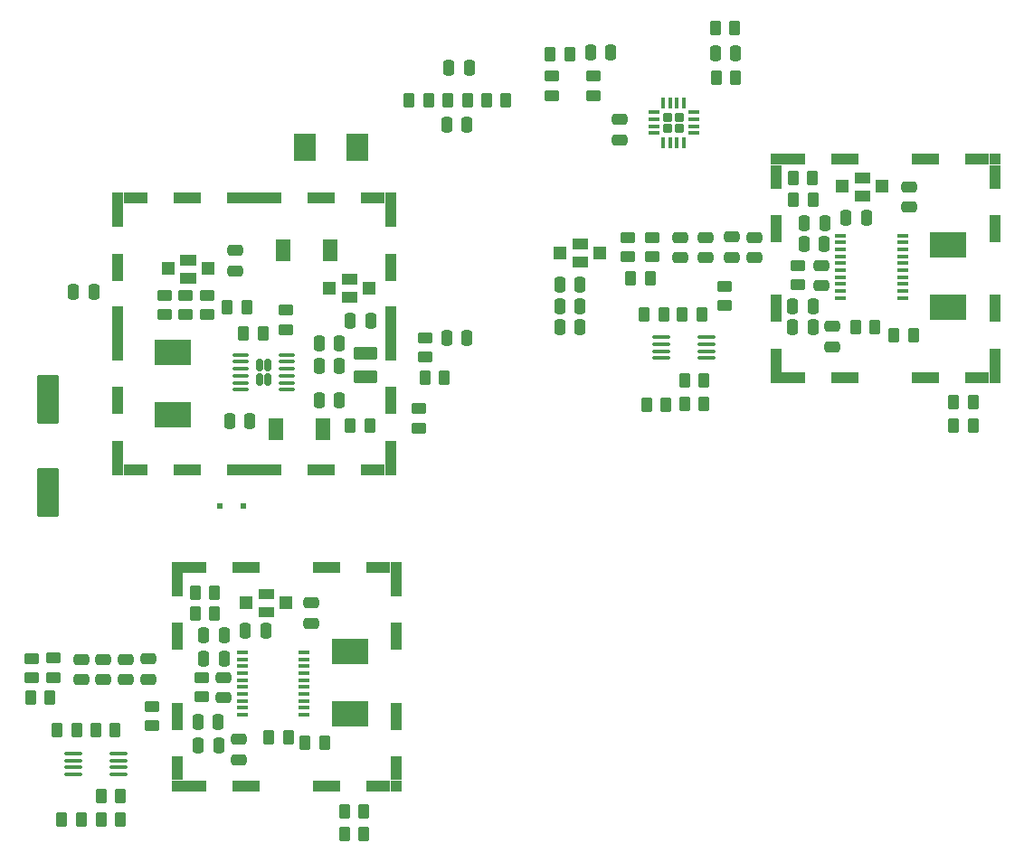
<source format=gbr>
%TF.GenerationSoftware,KiCad,Pcbnew,6.0.2-378541a8eb~116~ubuntu20.04.1*%
%TF.CreationDate,2022-04-05T22:24:09-04:00*%
%TF.ProjectId,power_board,706f7765-725f-4626-9f61-72642e6b6963,rev?*%
%TF.SameCoordinates,Original*%
%TF.FileFunction,Paste,Top*%
%TF.FilePolarity,Positive*%
%FSLAX46Y46*%
G04 Gerber Fmt 4.6, Leading zero omitted, Abs format (unit mm)*
G04 Created by KiCad (PCBNEW 6.0.2-378541a8eb~116~ubuntu20.04.1) date 2022-04-05 22:24:09*
%MOMM*%
%LPD*%
G01*
G04 APERTURE LIST*
G04 Aperture macros list*
%AMRoundRect*
0 Rectangle with rounded corners*
0 $1 Rounding radius*
0 $2 $3 $4 $5 $6 $7 $8 $9 X,Y pos of 4 corners*
0 Add a 4 corners polygon primitive as box body*
4,1,4,$2,$3,$4,$5,$6,$7,$8,$9,$2,$3,0*
0 Add four circle primitives for the rounded corners*
1,1,$1+$1,$2,$3*
1,1,$1+$1,$4,$5*
1,1,$1+$1,$6,$7*
1,1,$1+$1,$8,$9*
0 Add four rect primitives between the rounded corners*
20,1,$1+$1,$2,$3,$4,$5,0*
20,1,$1+$1,$4,$5,$6,$7,0*
20,1,$1+$1,$6,$7,$8,$9,0*
20,1,$1+$1,$8,$9,$2,$3,0*%
G04 Aperture macros list end*
%ADD10C,0.010000*%
%ADD11RoundRect,0.250000X0.450000X-0.262500X0.450000X0.262500X-0.450000X0.262500X-0.450000X-0.262500X0*%
%ADD12RoundRect,0.250000X0.250000X0.475000X-0.250000X0.475000X-0.250000X-0.475000X0.250000X-0.475000X0*%
%ADD13RoundRect,0.250000X-0.475000X0.250000X-0.475000X-0.250000X0.475000X-0.250000X0.475000X0.250000X0*%
%ADD14RoundRect,0.250000X0.475000X-0.250000X0.475000X0.250000X-0.475000X0.250000X-0.475000X-0.250000X0*%
%ADD15RoundRect,0.250000X0.262500X0.450000X-0.262500X0.450000X-0.262500X-0.450000X0.262500X-0.450000X0*%
%ADD16R,1.000000X0.400000*%
%ADD17RoundRect,0.250000X-0.250000X-0.475000X0.250000X-0.475000X0.250000X0.475000X-0.250000X0.475000X0*%
%ADD18R,2.100000X2.600000*%
%ADD19RoundRect,0.250000X-0.262500X-0.450000X0.262500X-0.450000X0.262500X0.450000X-0.262500X0.450000X0*%
%ADD20RoundRect,0.250000X-0.450000X0.262500X-0.450000X-0.262500X0.450000X-0.262500X0.450000X0.262500X0*%
%ADD21RoundRect,0.250001X-0.799999X2.049999X-0.799999X-2.049999X0.799999X-2.049999X0.799999X2.049999X0*%
%ADD22R,1.400000X2.100000*%
%ADD23R,1.200000X1.300000*%
%ADD24R,3.429000X2.413000*%
%ADD25RoundRect,0.100000X-0.712500X-0.100000X0.712500X-0.100000X0.712500X0.100000X-0.712500X0.100000X0*%
%ADD26RoundRect,0.167500X0.167500X0.407500X-0.167500X0.407500X-0.167500X-0.407500X0.167500X-0.407500X0*%
%ADD27RoundRect,0.100000X0.625000X0.100000X-0.625000X0.100000X-0.625000X-0.100000X0.625000X-0.100000X0*%
%ADD28RoundRect,0.212500X-0.212500X-0.212500X0.212500X-0.212500X0.212500X0.212500X-0.212500X0.212500X0*%
%ADD29RoundRect,0.087500X-0.425000X-0.087500X0.425000X-0.087500X0.425000X0.087500X-0.425000X0.087500X0*%
%ADD30RoundRect,0.087500X-0.087500X-0.425000X0.087500X-0.425000X0.087500X0.425000X-0.087500X0.425000X0*%
%ADD31R,1.000000X1.000000*%
%ADD32R,2.300000X1.000000*%
%ADD33R,2.600000X1.000000*%
%ADD34R,1.000000X2.600000*%
%ADD35R,1.000000X2.300000*%
%ADD36RoundRect,0.250000X-0.850000X0.375000X-0.850000X-0.375000X0.850000X-0.375000X0.850000X0.375000X0*%
%ADD37R,0.500000X0.500000*%
%ADD38R,1.000000X5.100000*%
%ADD39R,5.100000X1.000000*%
G04 APERTURE END LIST*
D10*
%TO.C,C28*%
X56900000Y-63100000D02*
X55500000Y-63100000D01*
X55500000Y-63100000D02*
X55500000Y-62200000D01*
X55500000Y-62200000D02*
X56900000Y-62200000D01*
X56900000Y-62200000D02*
X56900000Y-63100000D01*
G36*
X56900000Y-63100000D02*
G01*
X55500000Y-63100000D01*
X55500000Y-62200000D01*
X56900000Y-62200000D01*
X56900000Y-63100000D01*
G37*
X56900000Y-63100000D02*
X55500000Y-63100000D01*
X55500000Y-62200000D01*
X56900000Y-62200000D01*
X56900000Y-63100000D01*
X56900000Y-61400000D02*
X55500000Y-61400000D01*
X55500000Y-61400000D02*
X55500000Y-60500000D01*
X55500000Y-60500000D02*
X56900000Y-60500000D01*
X56900000Y-60500000D02*
X56900000Y-61400000D01*
G36*
X56900000Y-61400000D02*
G01*
X55500000Y-61400000D01*
X55500000Y-60500000D01*
X56900000Y-60500000D01*
X56900000Y-61400000D01*
G37*
X56900000Y-61400000D02*
X55500000Y-61400000D01*
X55500000Y-60500000D01*
X56900000Y-60500000D01*
X56900000Y-61400000D01*
%TO.C,C8*%
X92196200Y-60700000D02*
X93596200Y-60700000D01*
X93596200Y-60700000D02*
X93596200Y-61600000D01*
X93596200Y-61600000D02*
X92196200Y-61600000D01*
X92196200Y-61600000D02*
X92196200Y-60700000D01*
G36*
X93596200Y-61600000D02*
G01*
X92196200Y-61600000D01*
X92196200Y-60700000D01*
X93596200Y-60700000D01*
X93596200Y-61600000D01*
G37*
X93596200Y-61600000D02*
X92196200Y-61600000D01*
X92196200Y-60700000D01*
X93596200Y-60700000D01*
X93596200Y-61600000D01*
X92196200Y-59000000D02*
X93596200Y-59000000D01*
X93596200Y-59000000D02*
X93596200Y-59900000D01*
X93596200Y-59900000D02*
X92196200Y-59900000D01*
X92196200Y-59900000D02*
X92196200Y-59000000D01*
G36*
X93596200Y-59900000D02*
G01*
X92196200Y-59900000D01*
X92196200Y-59000000D01*
X93596200Y-59000000D01*
X93596200Y-59900000D01*
G37*
X93596200Y-59900000D02*
X92196200Y-59900000D01*
X92196200Y-59000000D01*
X93596200Y-59000000D01*
X93596200Y-59900000D01*
%TO.C,C7*%
X70600000Y-64000000D02*
X72000000Y-64000000D01*
X72000000Y-64000000D02*
X72000000Y-64900000D01*
X72000000Y-64900000D02*
X70600000Y-64900000D01*
X70600000Y-64900000D02*
X70600000Y-64000000D01*
G36*
X72000000Y-64900000D02*
G01*
X70600000Y-64900000D01*
X70600000Y-64000000D01*
X72000000Y-64000000D01*
X72000000Y-64900000D01*
G37*
X72000000Y-64900000D02*
X70600000Y-64900000D01*
X70600000Y-64000000D01*
X72000000Y-64000000D01*
X72000000Y-64900000D01*
X70600000Y-62300000D02*
X72000000Y-62300000D01*
X72000000Y-62300000D02*
X72000000Y-63200000D01*
X72000000Y-63200000D02*
X70600000Y-63200000D01*
X70600000Y-63200000D02*
X70600000Y-62300000D01*
G36*
X72000000Y-63200000D02*
G01*
X70600000Y-63200000D01*
X70600000Y-62300000D01*
X72000000Y-62300000D01*
X72000000Y-63200000D01*
G37*
X72000000Y-63200000D02*
X70600000Y-63200000D01*
X70600000Y-62300000D01*
X72000000Y-62300000D01*
X72000000Y-63200000D01*
%TO.C,C47*%
X62800000Y-91800000D02*
X64200000Y-91800000D01*
X64200000Y-91800000D02*
X64200000Y-92700000D01*
X64200000Y-92700000D02*
X62800000Y-92700000D01*
X62800000Y-92700000D02*
X62800000Y-91800000D01*
G36*
X64200000Y-92700000D02*
G01*
X62800000Y-92700000D01*
X62800000Y-91800000D01*
X64200000Y-91800000D01*
X64200000Y-92700000D01*
G37*
X64200000Y-92700000D02*
X62800000Y-92700000D01*
X62800000Y-91800000D01*
X64200000Y-91800000D01*
X64200000Y-92700000D01*
X62800000Y-93500000D02*
X64200000Y-93500000D01*
X64200000Y-93500000D02*
X64200000Y-94400000D01*
X64200000Y-94400000D02*
X62800000Y-94400000D01*
X62800000Y-94400000D02*
X62800000Y-93500000D01*
G36*
X64200000Y-94400000D02*
G01*
X62800000Y-94400000D01*
X62800000Y-93500000D01*
X64200000Y-93500000D01*
X64200000Y-94400000D01*
G37*
X64200000Y-94400000D02*
X62800000Y-94400000D01*
X62800000Y-93500000D01*
X64200000Y-93500000D01*
X64200000Y-94400000D01*
%TO.C,C31*%
X118596200Y-54500000D02*
X119996200Y-54500000D01*
X119996200Y-54500000D02*
X119996200Y-55400000D01*
X119996200Y-55400000D02*
X118596200Y-55400000D01*
X118596200Y-55400000D02*
X118596200Y-54500000D01*
G36*
X119996200Y-55400000D02*
G01*
X118596200Y-55400000D01*
X118596200Y-54500000D01*
X119996200Y-54500000D01*
X119996200Y-55400000D01*
G37*
X119996200Y-55400000D02*
X118596200Y-55400000D01*
X118596200Y-54500000D01*
X119996200Y-54500000D01*
X119996200Y-55400000D01*
X118596200Y-52800000D02*
X119996200Y-52800000D01*
X119996200Y-52800000D02*
X119996200Y-53700000D01*
X119996200Y-53700000D02*
X118596200Y-53700000D01*
X118596200Y-53700000D02*
X118596200Y-52800000D01*
G36*
X119996200Y-53700000D02*
G01*
X118596200Y-53700000D01*
X118596200Y-52800000D01*
X119996200Y-52800000D01*
X119996200Y-53700000D01*
G37*
X119996200Y-53700000D02*
X118596200Y-53700000D01*
X118596200Y-52800000D01*
X119996200Y-52800000D01*
X119996200Y-53700000D01*
%TD*%
D11*
%TO.C,R26*%
X113296200Y-63300000D03*
X113296200Y-61475000D03*
%TD*%
D12*
%TO.C,C10*%
X73300000Y-66700000D03*
X71400000Y-66700000D03*
%TD*%
D13*
%TO.C,C33*%
X123696200Y-54116800D03*
X123696200Y-56016800D03*
%TD*%
D12*
%TO.C,C42*%
X59057800Y-104300000D03*
X57157800Y-104300000D03*
%TD*%
D14*
%TO.C,C26*%
X60600000Y-62000000D03*
X60600000Y-60100000D03*
%TD*%
D15*
%TO.C,R13*%
X73225000Y-76500000D03*
X71400000Y-76500000D03*
%TD*%
%TO.C,R45*%
X68975000Y-106200000D03*
X67150000Y-106200000D03*
%TD*%
%TO.C,R52*%
X107387500Y-39225000D03*
X105562500Y-39225000D03*
%TD*%
D12*
%TO.C,C25*%
X115775000Y-59500000D03*
X113875000Y-59500000D03*
%TD*%
D16*
%TO.C,U6*%
X61300000Y-97750000D03*
X61300000Y-98400000D03*
X61300000Y-99050000D03*
X61300000Y-99700000D03*
X61300000Y-100350000D03*
X61300000Y-101000000D03*
X61300000Y-101650000D03*
X61300000Y-102300000D03*
X61300000Y-102950000D03*
X61300000Y-103600000D03*
X67100000Y-103600000D03*
X67100000Y-102950000D03*
X67100000Y-102300000D03*
X67100000Y-101650000D03*
X67100000Y-101000000D03*
X67100000Y-100350000D03*
X67100000Y-99700000D03*
X67100000Y-99050000D03*
X67100000Y-98400000D03*
X67100000Y-97750000D03*
%TD*%
D12*
%TO.C,C5*%
X82550000Y-43000000D03*
X80650000Y-43000000D03*
%TD*%
D17*
%TO.C,C12*%
X80400000Y-68300000D03*
X82300000Y-68300000D03*
%TD*%
D18*
%TO.C,D1*%
X72070000Y-50400000D03*
X67170000Y-50400000D03*
%TD*%
D17*
%TO.C,C24*%
X117796200Y-57050600D03*
X119696200Y-57050600D03*
%TD*%
D15*
%TO.C,R51*%
X58700000Y-92118800D03*
X56875000Y-92118800D03*
%TD*%
D17*
%TO.C,C49*%
X105562500Y-41625000D03*
X107462500Y-41625000D03*
%TD*%
D13*
%TO.C,C14*%
X104696200Y-58846400D03*
X104696200Y-60746400D03*
%TD*%
D19*
%TO.C,R36*%
X48075000Y-111200000D03*
X49900000Y-111200000D03*
%TD*%
D17*
%TO.C,C16*%
X68500000Y-68800000D03*
X70400000Y-68800000D03*
%TD*%
D15*
%TO.C,R20*%
X124087500Y-68000000D03*
X122262500Y-68000000D03*
%TD*%
D20*
%TO.C,R19*%
X106452400Y-63451400D03*
X106452400Y-65276400D03*
%TD*%
D19*
%TO.C,R9*%
X97671200Y-62700000D03*
X99496200Y-62700000D03*
%TD*%
%TO.C,R28*%
X112867400Y-55300000D03*
X114692400Y-55300000D03*
%TD*%
D15*
%TO.C,R29*%
X114667000Y-53300000D03*
X112842000Y-53300000D03*
%TD*%
%TO.C,R17*%
X104321200Y-66100000D03*
X102496200Y-66100000D03*
%TD*%
D14*
%TO.C,C34*%
X96600000Y-49700000D03*
X96600000Y-47800000D03*
%TD*%
D11*
%TO.C,R1*%
X90262500Y-45550000D03*
X90262500Y-43725000D03*
%TD*%
D21*
%TO.C,C32*%
X43100000Y-74000000D03*
X43100000Y-82800000D03*
%TD*%
D22*
%TO.C,D3*%
X64400000Y-76800000D03*
X68800000Y-76800000D03*
%TD*%
D13*
%TO.C,C39*%
X52500000Y-98380600D03*
X52500000Y-100280600D03*
%TD*%
D19*
%TO.C,R4*%
X90106000Y-41726000D03*
X91931000Y-41726000D03*
%TD*%
D13*
%TO.C,C15*%
X107096200Y-58841200D03*
X107096200Y-60741200D03*
%TD*%
D17*
%TO.C,C20*%
X112796200Y-67300000D03*
X114696200Y-67300000D03*
%TD*%
D14*
%TO.C,C21*%
X116496200Y-69100000D03*
X116496200Y-67200000D03*
%TD*%
D13*
%TO.C,C17*%
X109200000Y-58866600D03*
X109200000Y-60766600D03*
%TD*%
D20*
%TO.C,R23*%
X65400000Y-65675000D03*
X65400000Y-67500000D03*
%TD*%
%TO.C,R11*%
X97384800Y-58876900D03*
X97384800Y-60701900D03*
%TD*%
D19*
%TO.C,R2*%
X80525000Y-46000000D03*
X82350000Y-46000000D03*
%TD*%
D12*
%TO.C,C22*%
X114700000Y-65300000D03*
X112800000Y-65300000D03*
%TD*%
D13*
%TO.C,C48*%
X67700000Y-93100000D03*
X67700000Y-95000000D03*
%TD*%
D23*
%TO.C,C28*%
X58050000Y-61800000D03*
X54350000Y-61800000D03*
%TD*%
D19*
%TO.C,R48*%
X63775000Y-105700000D03*
X65600000Y-105700000D03*
%TD*%
D24*
%TO.C,L3*%
X54800000Y-75496000D03*
X54800000Y-69654000D03*
%TD*%
D12*
%TO.C,C46*%
X59600000Y-96100000D03*
X57700000Y-96100000D03*
%TD*%
D17*
%TO.C,C43*%
X61600000Y-95700000D03*
X63500000Y-95700000D03*
%TD*%
D15*
%TO.C,R14*%
X100721200Y-66100000D03*
X98896200Y-66100000D03*
%TD*%
D25*
%TO.C,U5*%
X45487500Y-107225000D03*
X45487500Y-107875000D03*
X45487500Y-108525000D03*
X45487500Y-109175000D03*
X49712500Y-109175000D03*
X49712500Y-108525000D03*
X49712500Y-107875000D03*
X49712500Y-107225000D03*
%TD*%
D19*
%TO.C,R5*%
X76925000Y-46000000D03*
X78750000Y-46000000D03*
%TD*%
D16*
%TO.C,U2*%
X117300000Y-58675000D03*
X117300000Y-59325000D03*
X117300000Y-59975000D03*
X117300000Y-60625000D03*
X117300000Y-61275000D03*
X117300000Y-61925000D03*
X117300000Y-62575000D03*
X117300000Y-63225000D03*
X117300000Y-63875000D03*
X117300000Y-64525000D03*
X123100000Y-64525000D03*
X123100000Y-63875000D03*
X123100000Y-63225000D03*
X123100000Y-62575000D03*
X123100000Y-61925000D03*
X123100000Y-61275000D03*
X123100000Y-60625000D03*
X123100000Y-59975000D03*
X123100000Y-59325000D03*
X123100000Y-58675000D03*
%TD*%
D23*
%TO.C,C8*%
X91046200Y-60300000D03*
X94746200Y-60300000D03*
%TD*%
D15*
%TO.C,R46*%
X72670000Y-114765000D03*
X70845000Y-114765000D03*
%TD*%
D11*
%TO.C,R15*%
X78400000Y-70100000D03*
X78400000Y-68275000D03*
%TD*%
D12*
%TO.C,C30*%
X47400000Y-63950000D03*
X45500000Y-63950000D03*
%TD*%
D17*
%TO.C,C6*%
X91010100Y-63277800D03*
X92910100Y-63277800D03*
%TD*%
D15*
%TO.C,R10*%
X104521200Y-74500000D03*
X102696200Y-74500000D03*
%TD*%
D14*
%TO.C,C41*%
X61000000Y-107800000D03*
X61000000Y-105900000D03*
%TD*%
D13*
%TO.C,C36*%
X46200000Y-98400000D03*
X46200000Y-100300000D03*
%TD*%
D17*
%TO.C,C1*%
X80400000Y-48300000D03*
X82300000Y-48300000D03*
%TD*%
D25*
%TO.C,U1*%
X100483700Y-68225000D03*
X100483700Y-68875000D03*
X100483700Y-69525000D03*
X100483700Y-70175000D03*
X104708700Y-70175000D03*
X104708700Y-69525000D03*
X104708700Y-68875000D03*
X104708700Y-68225000D03*
%TD*%
D19*
%TO.C,R50*%
X56875000Y-94100000D03*
X58700000Y-94100000D03*
%TD*%
D20*
%TO.C,R18*%
X77800000Y-74900000D03*
X77800000Y-76725000D03*
%TD*%
D15*
%TO.C,R12*%
X100965200Y-74525400D03*
X99140200Y-74525400D03*
%TD*%
D23*
%TO.C,C7*%
X69450000Y-63600000D03*
X73150000Y-63600000D03*
%TD*%
D17*
%TO.C,C40*%
X57200000Y-106500000D03*
X59100000Y-106500000D03*
%TD*%
D20*
%TO.C,R31*%
X56000000Y-64275000D03*
X56000000Y-66100000D03*
%TD*%
D13*
%TO.C,C37*%
X48300000Y-98400000D03*
X48300000Y-100300000D03*
%TD*%
D15*
%TO.C,R6*%
X85975000Y-46000000D03*
X84150000Y-46000000D03*
%TD*%
%TO.C,R41*%
X46200000Y-113400000D03*
X44375000Y-113400000D03*
%TD*%
D13*
%TO.C,C45*%
X59500000Y-100100000D03*
X59500000Y-102000000D03*
%TD*%
D19*
%TO.C,R7*%
X102696200Y-72290200D03*
X104521200Y-72290200D03*
%TD*%
D15*
%TO.C,R24*%
X129717400Y-74315600D03*
X127892400Y-74315600D03*
%TD*%
%TO.C,R42*%
X45800000Y-105000000D03*
X43975000Y-105000000D03*
%TD*%
D12*
%TO.C,C29*%
X115800000Y-57500000D03*
X113900000Y-57500000D03*
%TD*%
D19*
%TO.C,R25*%
X118671200Y-67300000D03*
X120496200Y-67300000D03*
%TD*%
D24*
%TO.C,L2*%
X127375000Y-65371000D03*
X127375000Y-59529000D03*
%TD*%
D17*
%TO.C,C2*%
X90996200Y-67300000D03*
X92896200Y-67300000D03*
%TD*%
D26*
%TO.C,U3*%
X62890000Y-72210000D03*
X62890000Y-70790000D03*
X63710000Y-72210000D03*
X63710000Y-70790000D03*
D27*
X65450000Y-73125000D03*
X65450000Y-72475000D03*
X65450000Y-71825000D03*
X65450000Y-71175000D03*
X65450000Y-70525000D03*
X65450000Y-69875000D03*
X61150000Y-69875000D03*
X61150000Y-70525000D03*
X61150000Y-71175000D03*
X61150000Y-71825000D03*
X61150000Y-72475000D03*
X61150000Y-73125000D03*
%TD*%
D28*
%TO.C,U4*%
X101137500Y-47600000D03*
X101137500Y-48650000D03*
X102187500Y-48650000D03*
X102187500Y-47600000D03*
D29*
X99800000Y-47150000D03*
X99800000Y-47800000D03*
X99800000Y-48450000D03*
X99800000Y-49100000D03*
D30*
X100687500Y-49987500D03*
X101337500Y-49987500D03*
X101987500Y-49987500D03*
X102637500Y-49987500D03*
D29*
X103525000Y-49100000D03*
X103525000Y-48450000D03*
X103525000Y-47800000D03*
X103525000Y-47150000D03*
D30*
X102637500Y-46262500D03*
X101987500Y-46262500D03*
X101337500Y-46262500D03*
X100687500Y-46262500D03*
%TD*%
D31*
%TO.C,J9*%
X75675000Y-89750000D03*
D32*
X74025000Y-89750000D03*
D33*
X69175000Y-89750000D03*
D31*
X55175000Y-110250000D03*
D34*
X75675000Y-103750000D03*
D35*
X55175000Y-91400000D03*
D34*
X55175000Y-96250000D03*
D32*
X74025000Y-110250000D03*
D31*
X55175000Y-89750000D03*
D35*
X55175000Y-108600000D03*
X75675000Y-108600000D03*
D31*
X75675000Y-110250000D03*
D32*
X56825000Y-89750000D03*
D33*
X61675000Y-89750000D03*
D34*
X75675000Y-96250000D03*
X55175000Y-103750000D03*
D33*
X69175000Y-110250000D03*
D32*
X56825000Y-110250000D03*
D35*
X75675000Y-91400000D03*
D33*
X61675000Y-110250000D03*
%TD*%
D36*
%TO.C,L1*%
X72800000Y-69750000D03*
X72800000Y-71900000D03*
%TD*%
D37*
%TO.C,D4*%
X61410000Y-84000000D03*
X59210000Y-84000000D03*
%TD*%
D17*
%TO.C,C3*%
X90996200Y-65300000D03*
X92896200Y-65300000D03*
%TD*%
D20*
%TO.C,R40*%
X43600000Y-98275000D03*
X43600000Y-100100000D03*
%TD*%
D13*
%TO.C,C13*%
X102296200Y-58846400D03*
X102296200Y-60746400D03*
%TD*%
D17*
%TO.C,C4*%
X93887500Y-41562500D03*
X95787500Y-41562500D03*
%TD*%
D22*
%TO.C,D2*%
X69500000Y-60100000D03*
X65100000Y-60100000D03*
%TD*%
D23*
%TO.C,C47*%
X61650000Y-93100000D03*
X65350000Y-93100000D03*
%TD*%
D11*
%TO.C,R37*%
X41600000Y-100125000D03*
X41600000Y-98300000D03*
%TD*%
D12*
%TO.C,C18*%
X70400000Y-74100000D03*
X68500000Y-74100000D03*
%TD*%
D31*
%TO.C,J5*%
X131725000Y-72025000D03*
D34*
X131725000Y-65525000D03*
X131725000Y-58025000D03*
X111225000Y-65525000D03*
D31*
X111225000Y-72025000D03*
D35*
X111225000Y-70375000D03*
D33*
X125225000Y-51525000D03*
X125225000Y-72025000D03*
D31*
X131725000Y-51525000D03*
D32*
X112875000Y-72025000D03*
X130075000Y-51525000D03*
X130075000Y-72025000D03*
D35*
X131725000Y-53175000D03*
D32*
X112875000Y-51525000D03*
D35*
X111225000Y-53175000D03*
D31*
X111225000Y-51525000D03*
D33*
X117725000Y-51525000D03*
X117725000Y-72025000D03*
D35*
X131725000Y-70375000D03*
D34*
X111225000Y-58025000D03*
%TD*%
D23*
%TO.C,C31*%
X117446200Y-54100000D03*
X121146200Y-54100000D03*
%TD*%
D15*
%TO.C,R16*%
X63225000Y-67900000D03*
X61400000Y-67900000D03*
%TD*%
D19*
%TO.C,R27*%
X59900000Y-65400000D03*
X61725000Y-65400000D03*
%TD*%
D11*
%TO.C,R8*%
X99696200Y-60700000D03*
X99696200Y-58875000D03*
%TD*%
D15*
%TO.C,R38*%
X43300000Y-102000000D03*
X41475000Y-102000000D03*
%TD*%
D38*
%TO.C,J4*%
X49650000Y-67900000D03*
D35*
X49650000Y-79000000D03*
D34*
X75150000Y-61650000D03*
D32*
X73500000Y-80650000D03*
D35*
X75150000Y-79000000D03*
D33*
X68650000Y-80650000D03*
D39*
X62400000Y-80650000D03*
D32*
X73500000Y-55150000D03*
D35*
X75150000Y-56800000D03*
X49650000Y-56800000D03*
D38*
X75150000Y-67900000D03*
D31*
X49650000Y-55150000D03*
X49650000Y-80650000D03*
D33*
X56150000Y-55150000D03*
D32*
X51300000Y-80650000D03*
D34*
X49650000Y-61650000D03*
D33*
X56150000Y-80650000D03*
D32*
X51300000Y-55150000D03*
D31*
X75150000Y-55150000D03*
X75150000Y-80650000D03*
D39*
X62400000Y-55150000D03*
D33*
X68650000Y-55150000D03*
D34*
X49650000Y-74150000D03*
X75150000Y-74150000D03*
%TD*%
D20*
%TO.C,R30*%
X54000000Y-64275000D03*
X54000000Y-66100000D03*
%TD*%
D17*
%TO.C,C19*%
X68500000Y-70900000D03*
X70400000Y-70900000D03*
%TD*%
D11*
%TO.C,R3*%
X94162500Y-45550000D03*
X94162500Y-43725000D03*
%TD*%
D15*
%TO.C,R43*%
X49403000Y-105000000D03*
X47578000Y-105000000D03*
%TD*%
%TO.C,R39*%
X49900000Y-113400000D03*
X48075000Y-113400000D03*
%TD*%
%TO.C,R22*%
X129721200Y-76500000D03*
X127896200Y-76500000D03*
%TD*%
D11*
%TO.C,R49*%
X57500000Y-101925000D03*
X57500000Y-100100000D03*
%TD*%
D13*
%TO.C,C27*%
X115496200Y-61467800D03*
X115496200Y-63367800D03*
%TD*%
D15*
%TO.C,R21*%
X80212500Y-72000000D03*
X78387500Y-72000000D03*
%TD*%
D20*
%TO.C,R32*%
X58000000Y-64275000D03*
X58000000Y-66100000D03*
%TD*%
D15*
%TO.C,R47*%
X72670000Y-112665000D03*
X70845000Y-112665000D03*
%TD*%
D12*
%TO.C,C44*%
X59600000Y-98300000D03*
X57700000Y-98300000D03*
%TD*%
D24*
%TO.C,L4*%
X71375000Y-103467000D03*
X71375000Y-97625000D03*
%TD*%
D17*
%TO.C,C23*%
X60100000Y-76100000D03*
X62000000Y-76100000D03*
%TD*%
D15*
%TO.C,10mOhms1*%
X107462500Y-43925000D03*
X105637500Y-43925000D03*
%TD*%
D13*
%TO.C,C38*%
X50400000Y-98400000D03*
X50400000Y-100300000D03*
%TD*%
D20*
%TO.C,R44*%
X52878000Y-102791400D03*
X52878000Y-104616400D03*
%TD*%
M02*

</source>
